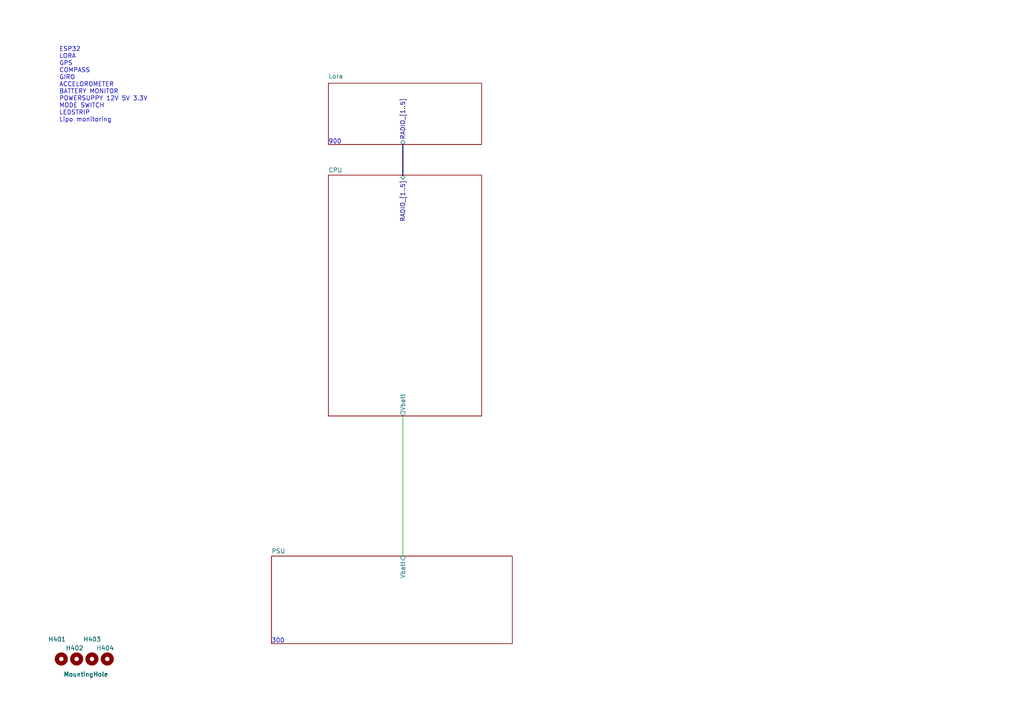
<source format=kicad_sch>
(kicad_sch (version 20231120) (generator "eeschema") (generator_version "8.0")
  (paper "A4")
  (title_block (title "NicE Buoy") (date "2023-06-20") (rev "1.1") (company "NicE Engineering"))
  (lib_symbols
    (symbol "Mechanical:MountingHole" (pin_names (offset 1.016))
      (property "Reference" "H" (at 0 5.08 0))
      (property "Value" "MountingHole" (at 0 3.175 0))
      (symbol "MountingHole_0_1"
        (circle (center 0 0) (radius 1.27) (stroke (width 1.27)))
      )
    )
  )
  (wire (pts (xy 116.84 120.65) (xy 116.84 161.29)))
  (bus (pts (xy 116.84 41.91) (xy 116.84 50.8)))
  (text "300" (at 78.74 186.69 0) (effects (font (size 1.27 1.27)) (justify left bottom)))
  (text "ESP32\nLORA\nGPS\nCOMPASS\nGIRO\nACCELOROMETER\nBATTERY MONITOR\nPOWERSUPPY 12V 5V 3.3V\nMODE SWITCH\nLEDSTRIP\nLipo monitoring\n" (at 17.145 35.56 0) (effects (font (size 1.27 1.27)) (justify left bottom)))
  (text "900" (at 95.25 41.91 0) (effects (font (size 1.27 1.27)) (justify left bottom)))
  (symbol (lib_id "Mechanical:MountingHole") (at 31.115 191.135 0) (unit 1) (in_bom no)
    (property "Reference" "H404" (at 27.94 187.96 0) (effects (justify left)))
    (property "Value" "MountingHole" (at 18.415 195.58 0) (effects (justify left)))
    (property "Footprint" "A_Mechanical:NPTH_M3" (effects (hide yes)))
  )
  (symbol (lib_id "Mechanical:MountingHole") (at 26.67 191.135 0) (unit 1) (in_bom no)
    (property "Reference" "H403" (at 24.13 185.42 0) (effects (justify left)))
    (property "Value" "MountingHole" (at 18.415 195.58 0) (effects (justify left)))
    (property "Footprint" "A_Mechanical:NPTH_M3" (effects (hide yes)))
  )
  (symbol (lib_id "Mechanical:MountingHole") (at 22.225 191.135 0) (unit 1) (in_bom no)
    (property "Reference" "H402" (at 19.05 187.96 0) (effects (justify left)))
    (property "Value" "MountingHole" (at 18.415 195.58 0) (effects (justify left)))
    (property "Footprint" "A_Mechanical:NPTH_M3" (effects (hide yes)))
  )
  (symbol (lib_id "Mechanical:MountingHole") (at 17.78 191.135 0) (unit 1) (in_bom no)
    (property "Reference" "H401" (at 13.97 185.42 0) (effects (justify left)))
    (property "Value" "MountingHole" (at 18.415 195.58 0) (effects (justify left)))
    (property "Footprint" "A_Mechanical:NPTH_M3" (effects (hide yes)))
  )
  (sheet (at 95.25 24.13) (size 44.45 17.78) (stroke (width 0.1524))
    (property "Sheetname" "Lora" (at 95.25 22.86 0) (effects (justify left bottom)))
    (property "Sheetfile" "Lora.kicad_sch" (effects (hide yes)))
    (pin "RADIO_[1..5]" bidirectional (at 116.84 41.91 270))
  )
  (sheet (at 95.25 50.8) (size 44.45 69.85) (stroke (width 0.1524))
    (property "Sheetname" "CPU" (at 95.25 50.0884 0) (effects (justify left bottom)))
    (property "Sheetfile" "CPU_sch.kicad_sch" (effects (hide yes)))
    (pin "RADIO_[1..5]" bidirectional (at 116.84 50.8 90))
    (pin "Vbatt" output (at 116.84 120.65 270))
  )
  (sheet (at 78.74 161.29) (size 69.85 25.4) (stroke (width 0.1524))
    (property "Sheetname" "PSU" (at 78.74 160.5784 0) (effects (justify left bottom)))
    (property "Sheetfile" "PSU_sch.kicad_sch" (effects (hide yes)))
    (pin "Vbatt" input (at 116.84 161.29 90))
  )
)
</source>
